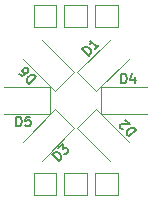
<source format=gto>
%TF.GenerationSoftware,KiCad,Pcbnew,(6.0.0-rc1-124-g18b4ebcc17)*%
%TF.CreationDate,2022-01-01T14:30:36+10:30*%
%TF.ProjectId,ring_pcb,72696e67-5f70-4636-922e-6b696361645f,rev?*%
%TF.SameCoordinates,Original*%
%TF.FileFunction,Legend,Top*%
%TF.FilePolarity,Positive*%
%FSLAX46Y46*%
G04 Gerber Fmt 4.6, Leading zero omitted, Abs format (unit mm)*
G04 Created by KiCad (PCBNEW (6.0.0-rc1-124-g18b4ebcc17)) date 2022-01-01 14:30:36*
%MOMM*%
%LPD*%
G01*
G04 APERTURE LIST*
%ADD10C,0.200000*%
%ADD11C,0.120000*%
G04 APERTURE END LIST*
D10*
%TO.C,D1*%
X138251441Y-95271501D02*
X137685756Y-94705815D01*
X137820443Y-94571128D01*
X137928192Y-94517253D01*
X138035942Y-94517253D01*
X138116754Y-94544191D01*
X138251441Y-94625003D01*
X138332253Y-94705815D01*
X138413066Y-94840502D01*
X138440003Y-94921314D01*
X138440003Y-95029064D01*
X138386128Y-95136814D01*
X138251441Y-95271501D01*
X139113438Y-94409504D02*
X138790189Y-94732753D01*
X138951814Y-94571128D02*
X138386128Y-94005443D01*
X138413066Y-94140130D01*
X138413066Y-94247879D01*
X138386128Y-94328691D01*
%TO.C,D2*%
X142227634Y-101558424D02*
X141661948Y-102124109D01*
X141527261Y-101989422D01*
X141473386Y-101881673D01*
X141473386Y-101773923D01*
X141500324Y-101693111D01*
X141581136Y-101558424D01*
X141661948Y-101477612D01*
X141796635Y-101396800D01*
X141877447Y-101369862D01*
X141985197Y-101369862D01*
X142092947Y-101423737D01*
X142227634Y-101558424D01*
X141177075Y-101531487D02*
X141123200Y-101531487D01*
X141042388Y-101504549D01*
X140907701Y-101369862D01*
X140880763Y-101289050D01*
X140880763Y-101235175D01*
X140907701Y-101154363D01*
X140961576Y-101100488D01*
X141069325Y-101046613D01*
X141715823Y-101046613D01*
X141365637Y-100696427D01*
%TO.C,D3*%
X135745309Y-104195369D02*
X135179624Y-103629683D01*
X135314311Y-103494996D01*
X135422060Y-103441121D01*
X135529810Y-103441121D01*
X135610622Y-103468059D01*
X135745309Y-103548871D01*
X135826121Y-103629683D01*
X135906934Y-103764370D01*
X135933871Y-103845182D01*
X135933871Y-103952932D01*
X135879996Y-104060682D01*
X135745309Y-104195369D01*
X135691434Y-103117872D02*
X136041621Y-102767686D01*
X136068558Y-103171747D01*
X136149370Y-103090935D01*
X136230182Y-103063998D01*
X136284057Y-103063998D01*
X136364869Y-103090935D01*
X136499556Y-103225622D01*
X136526494Y-103306434D01*
X136526494Y-103360309D01*
X136499556Y-103441121D01*
X136337932Y-103602746D01*
X136257120Y-103629683D01*
X136203245Y-103629683D01*
%TO.C,D6*%
X133769435Y-97088024D02*
X133203749Y-97653709D01*
X133069062Y-97519022D01*
X133015187Y-97411273D01*
X133015187Y-97303523D01*
X133042125Y-97222711D01*
X133122937Y-97088024D01*
X133203749Y-97007212D01*
X133338436Y-96926400D01*
X133419248Y-96899462D01*
X133526998Y-96899462D01*
X133634748Y-96953337D01*
X133769435Y-97088024D01*
X132395627Y-96845587D02*
X132503377Y-96953337D01*
X132584189Y-96980274D01*
X132638064Y-96980274D01*
X132772751Y-96953337D01*
X132907438Y-96872525D01*
X133122937Y-96657025D01*
X133149874Y-96576213D01*
X133149874Y-96522338D01*
X133122937Y-96441526D01*
X133015187Y-96333777D01*
X132934375Y-96306839D01*
X132880500Y-96306839D01*
X132799688Y-96333777D01*
X132665001Y-96468464D01*
X132638064Y-96549276D01*
X132638064Y-96603151D01*
X132665001Y-96683963D01*
X132772751Y-96791712D01*
X132853563Y-96818650D01*
X132907438Y-96818650D01*
X132988250Y-96791712D01*
%TO.C,D4*%
X141014523Y-97601904D02*
X141014523Y-96801904D01*
X141205000Y-96801904D01*
X141319285Y-96840000D01*
X141395476Y-96916190D01*
X141433571Y-96992380D01*
X141471666Y-97144761D01*
X141471666Y-97259047D01*
X141433571Y-97411428D01*
X141395476Y-97487619D01*
X141319285Y-97563809D01*
X141205000Y-97601904D01*
X141014523Y-97601904D01*
X142157380Y-97068571D02*
X142157380Y-97601904D01*
X141966904Y-96763809D02*
X141776428Y-97335238D01*
X142271666Y-97335238D01*
%TO.C,D5*%
X132124523Y-101241904D02*
X132124523Y-100441904D01*
X132315000Y-100441904D01*
X132429285Y-100480000D01*
X132505476Y-100556190D01*
X132543571Y-100632380D01*
X132581666Y-100784761D01*
X132581666Y-100899047D01*
X132543571Y-101051428D01*
X132505476Y-101127619D01*
X132429285Y-101203809D01*
X132315000Y-101241904D01*
X132124523Y-101241904D01*
X133305476Y-100441904D02*
X132924523Y-100441904D01*
X132886428Y-100822857D01*
X132924523Y-100784761D01*
X133000714Y-100746666D01*
X133191190Y-100746666D01*
X133267380Y-100784761D01*
X133305476Y-100822857D01*
X133343571Y-100899047D01*
X133343571Y-101089523D01*
X133305476Y-101165714D01*
X133267380Y-101203809D01*
X133191190Y-101241904D01*
X133000714Y-101241904D01*
X132924523Y-101203809D01*
X132886428Y-101165714D01*
D11*
%TO.C,TP8*%
X136210000Y-107122000D02*
X136210000Y-105222000D01*
X138110000Y-107122000D02*
X136210000Y-107122000D01*
X136210000Y-105222000D02*
X138110000Y-105222000D01*
X138110000Y-105222000D02*
X138110000Y-107122000D01*
%TO.C,TP11*%
X133619200Y-105222000D02*
X135519200Y-105222000D01*
X135519200Y-105222000D02*
X135519200Y-107122000D01*
X135519200Y-107122000D02*
X133619200Y-107122000D01*
X133619200Y-107122000D02*
X133619200Y-105222000D01*
%TO.C,D1*%
X138886827Y-98303305D02*
X141633937Y-95556195D01*
X137281695Y-96698173D02*
X138886827Y-98303305D01*
X140028805Y-93951063D02*
X137281695Y-96698173D01*
%TO.C,D2*%
X137281695Y-101421827D02*
X140028805Y-104168937D01*
X141633937Y-102563805D02*
X138886827Y-99816695D01*
X138886827Y-99816695D02*
X137281695Y-101421827D01*
%TO.C,TP10*%
X138800800Y-92898000D02*
X138800800Y-90998000D01*
X140700800Y-92898000D02*
X138800800Y-92898000D01*
X140700800Y-90998000D02*
X140700800Y-92898000D01*
X138800800Y-90998000D02*
X140700800Y-90998000D01*
%TO.C,TP9*%
X140700800Y-105222000D02*
X140700800Y-107122000D01*
X138800800Y-107122000D02*
X138800800Y-105222000D01*
X140700800Y-107122000D02*
X138800800Y-107122000D01*
X138800800Y-105222000D02*
X140700800Y-105222000D01*
%TO.C,D3*%
X134291195Y-104168937D02*
X137038305Y-101421827D01*
X137038305Y-101421827D02*
X135433173Y-99816695D01*
X135433173Y-99816695D02*
X132686063Y-102563805D01*
%TO.C,D6*%
X135433173Y-98303305D02*
X137038305Y-96698173D01*
X137038305Y-96698173D02*
X134291195Y-93951063D01*
X132686063Y-95556195D02*
X135433173Y-98303305D01*
%TO.C,TP12*%
X133619200Y-92898000D02*
X133619200Y-90998000D01*
X135519200Y-92898000D02*
X133619200Y-92898000D01*
X133619200Y-90998000D02*
X135519200Y-90998000D01*
X135519200Y-90998000D02*
X135519200Y-92898000D01*
%TO.C,TP7*%
X138110000Y-92898000D02*
X136210000Y-92898000D01*
X136210000Y-90998000D02*
X138110000Y-90998000D01*
X136210000Y-92898000D02*
X136210000Y-90998000D01*
X138110000Y-90998000D02*
X138110000Y-92898000D01*
%TO.C,D4*%
X139320000Y-100195000D02*
X143205000Y-100195000D01*
X143205000Y-97925000D02*
X139320000Y-97925000D01*
X139320000Y-97925000D02*
X139320000Y-100195000D01*
%TO.C,D5*%
X135000000Y-97925000D02*
X131115000Y-97925000D01*
X131115000Y-100195000D02*
X135000000Y-100195000D01*
X135000000Y-100195000D02*
X135000000Y-97925000D01*
%TD*%
M02*

</source>
